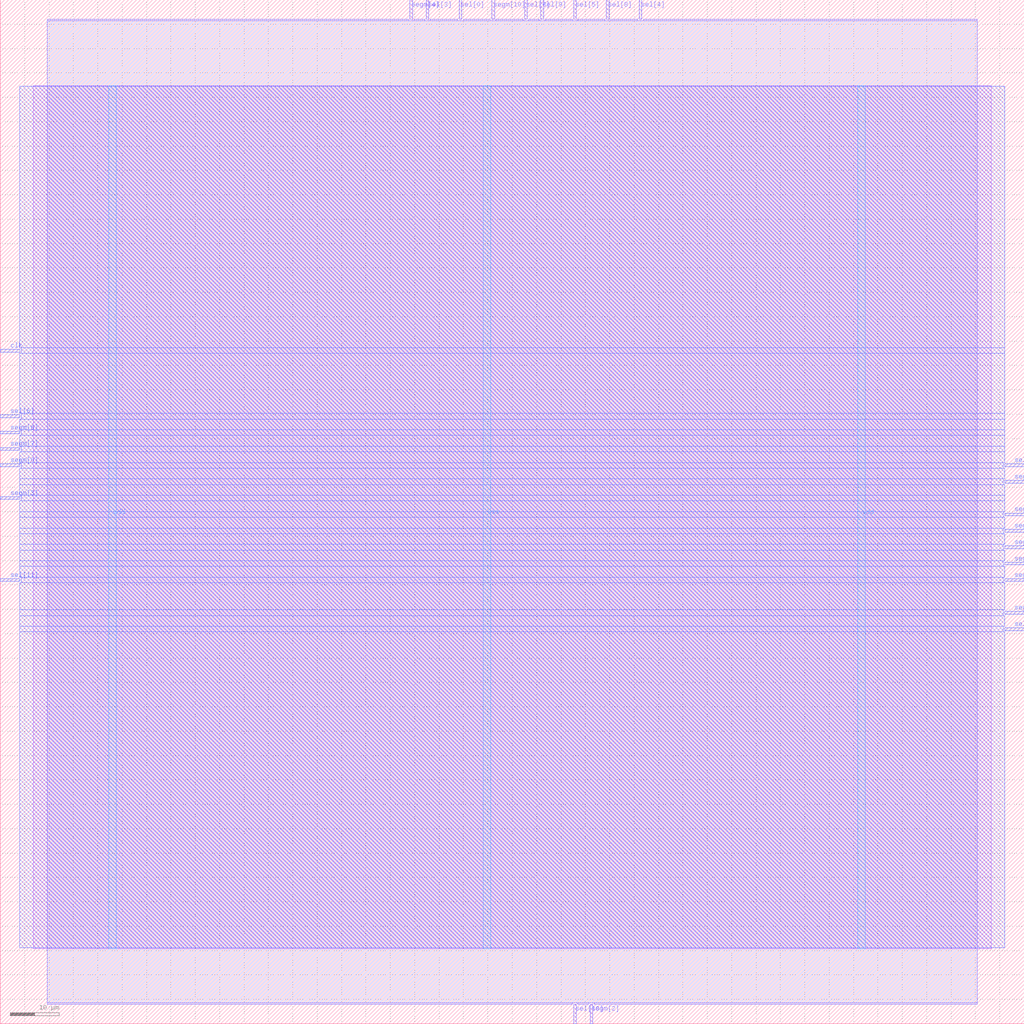
<source format=lef>
VERSION 5.7 ;
  NOWIREEXTENSIONATPIN ON ;
  DIVIDERCHAR "/" ;
  BUSBITCHARS "[]" ;
MACRO ita43
  CLASS BLOCK ;
  FOREIGN ita43 ;
  ORIGIN 0.000 0.000 ;
  SIZE 210.000 BY 210.000 ;
  PIN clk
    DIRECTION INPUT ;
    USE SIGNAL ;
    ANTENNAGATEAREA 4.738000 ;
    ANTENNADIFFAREA 0.410400 ;
    PORT
      LAYER Metal3 ;
        RECT 0.000 137.760 4.000 138.320 ;
    END
  END clk
  PIN segm[0]
    DIRECTION OUTPUT TRISTATE ;
    USE SIGNAL ;
    ANTENNADIFFAREA 4.731200 ;
    PORT
      LAYER Metal3 ;
        RECT 0.000 114.240 4.000 114.800 ;
    END
  END segm[0]
  PIN segm[10]
    DIRECTION OUTPUT TRISTATE ;
    USE SIGNAL ;
    ANTENNADIFFAREA 4.731200 ;
    PORT
      LAYER Metal2 ;
        RECT 100.800 206.000 101.360 210.000 ;
    END
  END segm[10]
  PIN segm[11]
    DIRECTION OUTPUT TRISTATE ;
    USE SIGNAL ;
    ANTENNADIFFAREA 4.731200 ;
    PORT
      LAYER Metal3 ;
        RECT 206.000 90.720 210.000 91.280 ;
    END
  END segm[11]
  PIN segm[12]
    DIRECTION OUTPUT TRISTATE ;
    USE SIGNAL ;
    ANTENNADIFFAREA 4.731200 ;
    PORT
      LAYER Metal3 ;
        RECT 206.000 94.080 210.000 94.640 ;
    END
  END segm[12]
  PIN segm[13]
    DIRECTION OUTPUT TRISTATE ;
    USE SIGNAL ;
    ANTENNADIFFAREA 4.731200 ;
    PORT
      LAYER Metal3 ;
        RECT 206.000 104.160 210.000 104.720 ;
    END
  END segm[13]
  PIN segm[1]
    DIRECTION OUTPUT TRISTATE ;
    USE SIGNAL ;
    ANTENNADIFFAREA 4.731200 ;
    PORT
      LAYER Metal3 ;
        RECT 206.000 84.000 210.000 84.560 ;
    END
  END segm[1]
  PIN segm[2]
    DIRECTION OUTPUT TRISTATE ;
    USE SIGNAL ;
    ANTENNADIFFAREA 4.731200 ;
    PORT
      LAYER Metal2 ;
        RECT 120.960 0.000 121.520 4.000 ;
    END
  END segm[2]
  PIN segm[3]
    DIRECTION OUTPUT TRISTATE ;
    USE SIGNAL ;
    ANTENNADIFFAREA 4.731200 ;
    PORT
      LAYER Metal3 ;
        RECT 0.000 107.520 4.000 108.080 ;
    END
  END segm[3]
  PIN segm[4]
    DIRECTION OUTPUT TRISTATE ;
    USE SIGNAL ;
    ANTENNADIFFAREA 4.731200 ;
    PORT
      LAYER Metal2 ;
        RECT 84.000 206.000 84.560 210.000 ;
    END
  END segm[4]
  PIN segm[5]
    DIRECTION OUTPUT TRISTATE ;
    USE SIGNAL ;
    ANTENNADIFFAREA 4.731200 ;
    PORT
      LAYER Metal3 ;
        RECT 206.000 110.880 210.000 111.440 ;
    END
  END segm[5]
  PIN segm[6]
    DIRECTION OUTPUT TRISTATE ;
    USE SIGNAL ;
    ANTENNADIFFAREA 4.731200 ;
    PORT
      LAYER Metal3 ;
        RECT 0.000 120.960 4.000 121.520 ;
    END
  END segm[6]
  PIN segm[7]
    DIRECTION OUTPUT TRISTATE ;
    USE SIGNAL ;
    ANTENNADIFFAREA 4.731200 ;
    PORT
      LAYER Metal3 ;
        RECT 0.000 117.600 4.000 118.160 ;
    END
  END segm[7]
  PIN segm[8]
    DIRECTION OUTPUT TRISTATE ;
    USE SIGNAL ;
    ANTENNADIFFAREA 4.731200 ;
    PORT
      LAYER Metal3 ;
        RECT 206.000 97.440 210.000 98.000 ;
    END
  END segm[8]
  PIN segm[9]
    DIRECTION OUTPUT TRISTATE ;
    USE SIGNAL ;
    ANTENNADIFFAREA 4.731200 ;
    PORT
      LAYER Metal3 ;
        RECT 206.000 100.800 210.000 101.360 ;
    END
  END segm[9]
  PIN sel[0]
    DIRECTION OUTPUT TRISTATE ;
    USE SIGNAL ;
    ANTENNADIFFAREA 4.731200 ;
    PORT
      LAYER Metal2 ;
        RECT 94.080 206.000 94.640 210.000 ;
    END
  END sel[0]
  PIN sel[10]
    DIRECTION OUTPUT TRISTATE ;
    USE SIGNAL ;
    ANTENNADIFFAREA 4.731200 ;
    PORT
      LAYER Metal2 ;
        RECT 117.600 0.000 118.160 4.000 ;
    END
  END sel[10]
  PIN sel[11]
    DIRECTION OUTPUT TRISTATE ;
    USE SIGNAL ;
    ANTENNADIFFAREA 4.731200 ;
    PORT
      LAYER Metal3 ;
        RECT 0.000 90.720 4.000 91.280 ;
    END
  END sel[11]
  PIN sel[1]
    DIRECTION OUTPUT TRISTATE ;
    USE SIGNAL ;
    ANTENNADIFFAREA 4.731200 ;
    PORT
      LAYER Metal3 ;
        RECT 206.000 114.240 210.000 114.800 ;
    END
  END sel[1]
  PIN sel[2]
    DIRECTION OUTPUT TRISTATE ;
    USE SIGNAL ;
    ANTENNADIFFAREA 4.731200 ;
    PORT
      LAYER Metal3 ;
        RECT 206.000 80.640 210.000 81.200 ;
    END
  END sel[2]
  PIN sel[3]
    DIRECTION OUTPUT TRISTATE ;
    USE SIGNAL ;
    ANTENNADIFFAREA 4.731200 ;
    PORT
      LAYER Metal2 ;
        RECT 87.360 206.000 87.920 210.000 ;
    END
  END sel[3]
  PIN sel[4]
    DIRECTION OUTPUT TRISTATE ;
    USE SIGNAL ;
    ANTENNADIFFAREA 4.731200 ;
    PORT
      LAYER Metal2 ;
        RECT 131.040 206.000 131.600 210.000 ;
    END
  END sel[4]
  PIN sel[5]
    DIRECTION OUTPUT TRISTATE ;
    USE SIGNAL ;
    ANTENNADIFFAREA 4.731200 ;
    PORT
      LAYER Metal2 ;
        RECT 117.600 206.000 118.160 210.000 ;
    END
  END sel[5]
  PIN sel[6]
    DIRECTION OUTPUT TRISTATE ;
    USE SIGNAL ;
    ANTENNADIFFAREA 4.731200 ;
    PORT
      LAYER Metal3 ;
        RECT 0.000 124.320 4.000 124.880 ;
    END
  END sel[6]
  PIN sel[7]
    DIRECTION OUTPUT TRISTATE ;
    USE SIGNAL ;
    ANTENNADIFFAREA 4.731200 ;
    PORT
      LAYER Metal2 ;
        RECT 107.520 206.000 108.080 210.000 ;
    END
  END sel[7]
  PIN sel[8]
    DIRECTION OUTPUT TRISTATE ;
    USE SIGNAL ;
    ANTENNADIFFAREA 4.731200 ;
    PORT
      LAYER Metal2 ;
        RECT 124.320 206.000 124.880 210.000 ;
    END
  END sel[8]
  PIN sel[9]
    DIRECTION OUTPUT TRISTATE ;
    USE SIGNAL ;
    ANTENNADIFFAREA 4.731200 ;
    PORT
      LAYER Metal2 ;
        RECT 110.880 206.000 111.440 210.000 ;
    END
  END sel[9]
  PIN vdd
    DIRECTION INOUT ;
    USE POWER ;
    PORT
      LAYER Metal4 ;
        RECT 22.240 15.380 23.840 192.380 ;
    END
    PORT
      LAYER Metal4 ;
        RECT 175.840 15.380 177.440 192.380 ;
    END
  END vdd
  PIN vss
    DIRECTION INOUT ;
    USE GROUND ;
    PORT
      LAYER Metal4 ;
        RECT 99.040 15.380 100.640 192.380 ;
    END
  END vss
  OBS
      LAYER Metal1 ;
        RECT 6.720 15.380 203.280 192.380 ;
      LAYER Metal2 ;
        RECT 9.660 205.700 83.700 206.000 ;
        RECT 84.860 205.700 87.060 206.000 ;
        RECT 88.220 205.700 93.780 206.000 ;
        RECT 94.940 205.700 100.500 206.000 ;
        RECT 101.660 205.700 107.220 206.000 ;
        RECT 108.380 205.700 110.580 206.000 ;
        RECT 111.740 205.700 117.300 206.000 ;
        RECT 118.460 205.700 124.020 206.000 ;
        RECT 125.180 205.700 130.740 206.000 ;
        RECT 131.900 205.700 200.340 206.000 ;
        RECT 9.660 4.300 200.340 205.700 ;
        RECT 9.660 4.000 117.300 4.300 ;
        RECT 118.460 4.000 120.660 4.300 ;
        RECT 121.820 4.000 200.340 4.300 ;
      LAYER Metal3 ;
        RECT 4.000 138.620 206.000 192.220 ;
        RECT 4.300 137.460 206.000 138.620 ;
        RECT 4.000 125.180 206.000 137.460 ;
        RECT 4.300 124.020 206.000 125.180 ;
        RECT 4.000 121.820 206.000 124.020 ;
        RECT 4.300 120.660 206.000 121.820 ;
        RECT 4.000 118.460 206.000 120.660 ;
        RECT 4.300 117.300 206.000 118.460 ;
        RECT 4.000 115.100 206.000 117.300 ;
        RECT 4.300 113.940 205.700 115.100 ;
        RECT 4.000 111.740 206.000 113.940 ;
        RECT 4.000 110.580 205.700 111.740 ;
        RECT 4.000 108.380 206.000 110.580 ;
        RECT 4.300 107.220 206.000 108.380 ;
        RECT 4.000 105.020 206.000 107.220 ;
        RECT 4.000 103.860 205.700 105.020 ;
        RECT 4.000 101.660 206.000 103.860 ;
        RECT 4.000 100.500 205.700 101.660 ;
        RECT 4.000 98.300 206.000 100.500 ;
        RECT 4.000 97.140 205.700 98.300 ;
        RECT 4.000 94.940 206.000 97.140 ;
        RECT 4.000 93.780 205.700 94.940 ;
        RECT 4.000 91.580 206.000 93.780 ;
        RECT 4.300 90.420 205.700 91.580 ;
        RECT 4.000 84.860 206.000 90.420 ;
        RECT 4.000 83.700 205.700 84.860 ;
        RECT 4.000 81.500 206.000 83.700 ;
        RECT 4.000 80.340 205.700 81.500 ;
        RECT 4.000 15.540 206.000 80.340 ;
  END
END ita43
END LIBRARY


</source>
